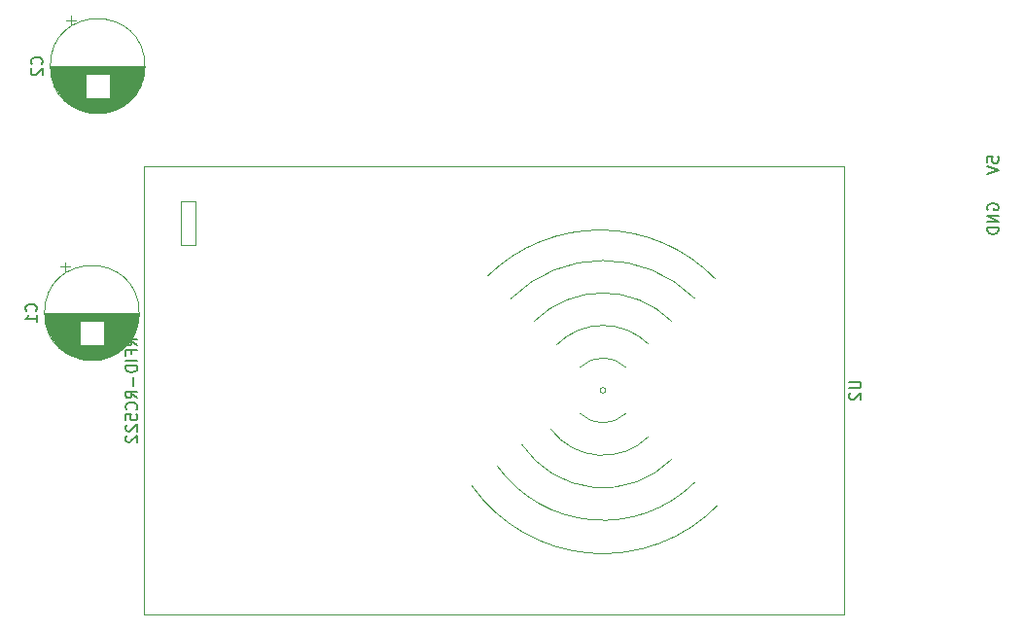
<source format=gbr>
G04 #@! TF.GenerationSoftware,KiCad,Pcbnew,5.1.5-52549c5~84~ubuntu18.04.1*
G04 #@! TF.CreationDate,2020-03-10T09:35:07+09:00*
G04 #@! TF.ProjectId,RFID-RC522_Raspberrypi,52464944-2d52-4433-9532-325f52617370,rev?*
G04 #@! TF.SameCoordinates,Original*
G04 #@! TF.FileFunction,Legend,Bot*
G04 #@! TF.FilePolarity,Positive*
%FSLAX46Y46*%
G04 Gerber Fmt 4.6, Leading zero omitted, Abs format (unit mm)*
G04 Created by KiCad (PCBNEW 5.1.5-52549c5~84~ubuntu18.04.1) date 2020-03-10 09:35:07*
%MOMM*%
%LPD*%
G04 APERTURE LIST*
%ADD10C,0.150000*%
%ADD11C,0.120000*%
G04 APERTURE END LIST*
D10*
X219452380Y-122142857D02*
X219452380Y-121666666D01*
X219928571Y-121619047D01*
X219880952Y-121666666D01*
X219833333Y-121761904D01*
X219833333Y-122000000D01*
X219880952Y-122095238D01*
X219928571Y-122142857D01*
X220023809Y-122190476D01*
X220261904Y-122190476D01*
X220357142Y-122142857D01*
X220404761Y-122095238D01*
X220452380Y-122000000D01*
X220452380Y-121761904D01*
X220404761Y-121666666D01*
X220357142Y-121619047D01*
X219452380Y-122476190D02*
X220452380Y-122809523D01*
X219452380Y-123142857D01*
X219500000Y-126285714D02*
X219452380Y-126190476D01*
X219452380Y-126047619D01*
X219500000Y-125904761D01*
X219595238Y-125809523D01*
X219690476Y-125761904D01*
X219880952Y-125714285D01*
X220023809Y-125714285D01*
X220214285Y-125761904D01*
X220309523Y-125809523D01*
X220404761Y-125904761D01*
X220452380Y-126047619D01*
X220452380Y-126142857D01*
X220404761Y-126285714D01*
X220357142Y-126333333D01*
X220023809Y-126333333D01*
X220023809Y-126142857D01*
X220452380Y-126761904D02*
X219452380Y-126761904D01*
X220452380Y-127333333D01*
X219452380Y-127333333D01*
X220452380Y-127809523D02*
X219452380Y-127809523D01*
X219452380Y-128047619D01*
X219500000Y-128190476D01*
X219595238Y-128285714D01*
X219690476Y-128333333D01*
X219880952Y-128380952D01*
X220023809Y-128380952D01*
X220214285Y-128333333D01*
X220309523Y-128285714D01*
X220404761Y-128190476D01*
X220452380Y-128047619D01*
X220452380Y-127809523D01*
D11*
X186250000Y-142000000D02*
G75*
G03X186250000Y-142000000I-250000J0D01*
G01*
X187999999Y-140000001D02*
G75*
G03X184000001Y-140000001I-1999999J-1999999D01*
G01*
X184000001Y-143999999D02*
G75*
G03X187999999Y-143999999I1999999J1999999D01*
G01*
X189999999Y-138000001D02*
G75*
G03X182000001Y-138000001I-3999999J-3999999D01*
G01*
X191999999Y-136000001D02*
G75*
G03X180000001Y-136000001I-5999999J-5999999D01*
G01*
X193999999Y-134000001D02*
G75*
G03X178000001Y-134000001I-7999999J-7999999D01*
G01*
X195760136Y-132260409D02*
G75*
G03X176000001Y-132000001I-10010136J-9739591D01*
G01*
X181474518Y-145394112D02*
G75*
G03X189999999Y-145999999I4525482J3394112D01*
G01*
X178939820Y-146706786D02*
G75*
G03X191999999Y-147999999I7060180J4706786D01*
G01*
X176793658Y-148575959D02*
G75*
G03X193999999Y-149999999I9206342J6575959D01*
G01*
X174582651Y-150294041D02*
G75*
G03X195999999Y-151999999I11417349J8044041D01*
G01*
X146000000Y-142000000D02*
X146000000Y-122500000D01*
X146000000Y-122500000D02*
X207000000Y-122500000D01*
X207000000Y-122500000D02*
X207000000Y-161500000D01*
X207000000Y-161500000D02*
X146000000Y-161500000D01*
X146000000Y-161500000D02*
X146000000Y-142000000D01*
X149270000Y-125490000D02*
X149270000Y-129300000D01*
X149270000Y-129300000D02*
X150540000Y-129300000D01*
X150540000Y-129300000D02*
X150540000Y-125490000D01*
X150540000Y-125490000D02*
X149270000Y-125490000D01*
X145620000Y-135250000D02*
G75*
G03X145620000Y-135250000I-4120000J0D01*
G01*
X137420000Y-135250000D02*
X145580000Y-135250000D01*
X137420000Y-135290000D02*
X145580000Y-135290000D01*
X137420000Y-135330000D02*
X145580000Y-135330000D01*
X137421000Y-135370000D02*
X145579000Y-135370000D01*
X137423000Y-135410000D02*
X145577000Y-135410000D01*
X137424000Y-135450000D02*
X145576000Y-135450000D01*
X137426000Y-135490000D02*
X145574000Y-135490000D01*
X137429000Y-135530000D02*
X145571000Y-135530000D01*
X137432000Y-135570000D02*
X145568000Y-135570000D01*
X137435000Y-135610000D02*
X145565000Y-135610000D01*
X137439000Y-135650000D02*
X145561000Y-135650000D01*
X137443000Y-135690000D02*
X145557000Y-135690000D01*
X137448000Y-135730000D02*
X145552000Y-135730000D01*
X137452000Y-135770000D02*
X145548000Y-135770000D01*
X137458000Y-135810000D02*
X145542000Y-135810000D01*
X137463000Y-135850000D02*
X145537000Y-135850000D01*
X137470000Y-135890000D02*
X145530000Y-135890000D01*
X137476000Y-135930000D02*
X145524000Y-135930000D01*
X137483000Y-135971000D02*
X140460000Y-135971000D01*
X142540000Y-135971000D02*
X145517000Y-135971000D01*
X137490000Y-136011000D02*
X140460000Y-136011000D01*
X142540000Y-136011000D02*
X145510000Y-136011000D01*
X137498000Y-136051000D02*
X140460000Y-136051000D01*
X142540000Y-136051000D02*
X145502000Y-136051000D01*
X137506000Y-136091000D02*
X140460000Y-136091000D01*
X142540000Y-136091000D02*
X145494000Y-136091000D01*
X137515000Y-136131000D02*
X140460000Y-136131000D01*
X142540000Y-136131000D02*
X145485000Y-136131000D01*
X137524000Y-136171000D02*
X140460000Y-136171000D01*
X142540000Y-136171000D02*
X145476000Y-136171000D01*
X137533000Y-136211000D02*
X140460000Y-136211000D01*
X142540000Y-136211000D02*
X145467000Y-136211000D01*
X137543000Y-136251000D02*
X140460000Y-136251000D01*
X142540000Y-136251000D02*
X145457000Y-136251000D01*
X137553000Y-136291000D02*
X140460000Y-136291000D01*
X142540000Y-136291000D02*
X145447000Y-136291000D01*
X137564000Y-136331000D02*
X140460000Y-136331000D01*
X142540000Y-136331000D02*
X145436000Y-136331000D01*
X137575000Y-136371000D02*
X140460000Y-136371000D01*
X142540000Y-136371000D02*
X145425000Y-136371000D01*
X137586000Y-136411000D02*
X140460000Y-136411000D01*
X142540000Y-136411000D02*
X145414000Y-136411000D01*
X137598000Y-136451000D02*
X140460000Y-136451000D01*
X142540000Y-136451000D02*
X145402000Y-136451000D01*
X137611000Y-136491000D02*
X140460000Y-136491000D01*
X142540000Y-136491000D02*
X145389000Y-136491000D01*
X137623000Y-136531000D02*
X140460000Y-136531000D01*
X142540000Y-136531000D02*
X145377000Y-136531000D01*
X137637000Y-136571000D02*
X140460000Y-136571000D01*
X142540000Y-136571000D02*
X145363000Y-136571000D01*
X137650000Y-136611000D02*
X140460000Y-136611000D01*
X142540000Y-136611000D02*
X145350000Y-136611000D01*
X137665000Y-136651000D02*
X140460000Y-136651000D01*
X142540000Y-136651000D02*
X145335000Y-136651000D01*
X137679000Y-136691000D02*
X140460000Y-136691000D01*
X142540000Y-136691000D02*
X145321000Y-136691000D01*
X137695000Y-136731000D02*
X140460000Y-136731000D01*
X142540000Y-136731000D02*
X145305000Y-136731000D01*
X137710000Y-136771000D02*
X140460000Y-136771000D01*
X142540000Y-136771000D02*
X145290000Y-136771000D01*
X137726000Y-136811000D02*
X140460000Y-136811000D01*
X142540000Y-136811000D02*
X145274000Y-136811000D01*
X137743000Y-136851000D02*
X140460000Y-136851000D01*
X142540000Y-136851000D02*
X145257000Y-136851000D01*
X137760000Y-136891000D02*
X140460000Y-136891000D01*
X142540000Y-136891000D02*
X145240000Y-136891000D01*
X137778000Y-136931000D02*
X140460000Y-136931000D01*
X142540000Y-136931000D02*
X145222000Y-136931000D01*
X137796000Y-136971000D02*
X140460000Y-136971000D01*
X142540000Y-136971000D02*
X145204000Y-136971000D01*
X137814000Y-137011000D02*
X140460000Y-137011000D01*
X142540000Y-137011000D02*
X145186000Y-137011000D01*
X137834000Y-137051000D02*
X140460000Y-137051000D01*
X142540000Y-137051000D02*
X145166000Y-137051000D01*
X137853000Y-137091000D02*
X140460000Y-137091000D01*
X142540000Y-137091000D02*
X145147000Y-137091000D01*
X137873000Y-137131000D02*
X140460000Y-137131000D01*
X142540000Y-137131000D02*
X145127000Y-137131000D01*
X137894000Y-137171000D02*
X140460000Y-137171000D01*
X142540000Y-137171000D02*
X145106000Y-137171000D01*
X137916000Y-137211000D02*
X140460000Y-137211000D01*
X142540000Y-137211000D02*
X145084000Y-137211000D01*
X137938000Y-137251000D02*
X140460000Y-137251000D01*
X142540000Y-137251000D02*
X145062000Y-137251000D01*
X137960000Y-137291000D02*
X140460000Y-137291000D01*
X142540000Y-137291000D02*
X145040000Y-137291000D01*
X137983000Y-137331000D02*
X140460000Y-137331000D01*
X142540000Y-137331000D02*
X145017000Y-137331000D01*
X138007000Y-137371000D02*
X140460000Y-137371000D01*
X142540000Y-137371000D02*
X144993000Y-137371000D01*
X138031000Y-137411000D02*
X140460000Y-137411000D01*
X142540000Y-137411000D02*
X144969000Y-137411000D01*
X138056000Y-137451000D02*
X140460000Y-137451000D01*
X142540000Y-137451000D02*
X144944000Y-137451000D01*
X138082000Y-137491000D02*
X140460000Y-137491000D01*
X142540000Y-137491000D02*
X144918000Y-137491000D01*
X138108000Y-137531000D02*
X140460000Y-137531000D01*
X142540000Y-137531000D02*
X144892000Y-137531000D01*
X138135000Y-137571000D02*
X140460000Y-137571000D01*
X142540000Y-137571000D02*
X144865000Y-137571000D01*
X138162000Y-137611000D02*
X140460000Y-137611000D01*
X142540000Y-137611000D02*
X144838000Y-137611000D01*
X138191000Y-137651000D02*
X140460000Y-137651000D01*
X142540000Y-137651000D02*
X144809000Y-137651000D01*
X138220000Y-137691000D02*
X140460000Y-137691000D01*
X142540000Y-137691000D02*
X144780000Y-137691000D01*
X138250000Y-137731000D02*
X140460000Y-137731000D01*
X142540000Y-137731000D02*
X144750000Y-137731000D01*
X138280000Y-137771000D02*
X140460000Y-137771000D01*
X142540000Y-137771000D02*
X144720000Y-137771000D01*
X138311000Y-137811000D02*
X140460000Y-137811000D01*
X142540000Y-137811000D02*
X144689000Y-137811000D01*
X138344000Y-137851000D02*
X140460000Y-137851000D01*
X142540000Y-137851000D02*
X144656000Y-137851000D01*
X138376000Y-137891000D02*
X140460000Y-137891000D01*
X142540000Y-137891000D02*
X144624000Y-137891000D01*
X138410000Y-137931000D02*
X140460000Y-137931000D01*
X142540000Y-137931000D02*
X144590000Y-137931000D01*
X138445000Y-137971000D02*
X140460000Y-137971000D01*
X142540000Y-137971000D02*
X144555000Y-137971000D01*
X138481000Y-138011000D02*
X140460000Y-138011000D01*
X142540000Y-138011000D02*
X144519000Y-138011000D01*
X138517000Y-138051000D02*
X144483000Y-138051000D01*
X138555000Y-138091000D02*
X144445000Y-138091000D01*
X138593000Y-138131000D02*
X144407000Y-138131000D01*
X138633000Y-138171000D02*
X144367000Y-138171000D01*
X138674000Y-138211000D02*
X144326000Y-138211000D01*
X138716000Y-138251000D02*
X144284000Y-138251000D01*
X138759000Y-138291000D02*
X144241000Y-138291000D01*
X138803000Y-138331000D02*
X144197000Y-138331000D01*
X138849000Y-138371000D02*
X144151000Y-138371000D01*
X138896000Y-138411000D02*
X144104000Y-138411000D01*
X138944000Y-138451000D02*
X144056000Y-138451000D01*
X138995000Y-138491000D02*
X144005000Y-138491000D01*
X139046000Y-138531000D02*
X143954000Y-138531000D01*
X139100000Y-138571000D02*
X143900000Y-138571000D01*
X139155000Y-138611000D02*
X143845000Y-138611000D01*
X139213000Y-138651000D02*
X143787000Y-138651000D01*
X139272000Y-138691000D02*
X143728000Y-138691000D01*
X139334000Y-138731000D02*
X143666000Y-138731000D01*
X139398000Y-138771000D02*
X143602000Y-138771000D01*
X139466000Y-138811000D02*
X143534000Y-138811000D01*
X139536000Y-138851000D02*
X143464000Y-138851000D01*
X139610000Y-138891000D02*
X143390000Y-138891000D01*
X139687000Y-138931000D02*
X143313000Y-138931000D01*
X139769000Y-138971000D02*
X143231000Y-138971000D01*
X139855000Y-139011000D02*
X143145000Y-139011000D01*
X139948000Y-139051000D02*
X143052000Y-139051000D01*
X140047000Y-139091000D02*
X142953000Y-139091000D01*
X140154000Y-139131000D02*
X142846000Y-139131000D01*
X140271000Y-139171000D02*
X142729000Y-139171000D01*
X140402000Y-139211000D02*
X142598000Y-139211000D01*
X140552000Y-139251000D02*
X142448000Y-139251000D01*
X140732000Y-139291000D02*
X142268000Y-139291000D01*
X140967000Y-139331000D02*
X142033000Y-139331000D01*
X139185000Y-130840302D02*
X139185000Y-131640302D01*
X138785000Y-131240302D02*
X139585000Y-131240302D01*
X146120000Y-113750000D02*
G75*
G03X146120000Y-113750000I-4120000J0D01*
G01*
X137920000Y-113750000D02*
X146080000Y-113750000D01*
X137920000Y-113790000D02*
X146080000Y-113790000D01*
X137920000Y-113830000D02*
X146080000Y-113830000D01*
X137921000Y-113870000D02*
X146079000Y-113870000D01*
X137923000Y-113910000D02*
X146077000Y-113910000D01*
X137924000Y-113950000D02*
X146076000Y-113950000D01*
X137926000Y-113990000D02*
X146074000Y-113990000D01*
X137929000Y-114030000D02*
X146071000Y-114030000D01*
X137932000Y-114070000D02*
X146068000Y-114070000D01*
X137935000Y-114110000D02*
X146065000Y-114110000D01*
X137939000Y-114150000D02*
X146061000Y-114150000D01*
X137943000Y-114190000D02*
X146057000Y-114190000D01*
X137948000Y-114230000D02*
X146052000Y-114230000D01*
X137952000Y-114270000D02*
X146048000Y-114270000D01*
X137958000Y-114310000D02*
X146042000Y-114310000D01*
X137963000Y-114350000D02*
X146037000Y-114350000D01*
X137970000Y-114390000D02*
X146030000Y-114390000D01*
X137976000Y-114430000D02*
X146024000Y-114430000D01*
X137983000Y-114471000D02*
X140960000Y-114471000D01*
X143040000Y-114471000D02*
X146017000Y-114471000D01*
X137990000Y-114511000D02*
X140960000Y-114511000D01*
X143040000Y-114511000D02*
X146010000Y-114511000D01*
X137998000Y-114551000D02*
X140960000Y-114551000D01*
X143040000Y-114551000D02*
X146002000Y-114551000D01*
X138006000Y-114591000D02*
X140960000Y-114591000D01*
X143040000Y-114591000D02*
X145994000Y-114591000D01*
X138015000Y-114631000D02*
X140960000Y-114631000D01*
X143040000Y-114631000D02*
X145985000Y-114631000D01*
X138024000Y-114671000D02*
X140960000Y-114671000D01*
X143040000Y-114671000D02*
X145976000Y-114671000D01*
X138033000Y-114711000D02*
X140960000Y-114711000D01*
X143040000Y-114711000D02*
X145967000Y-114711000D01*
X138043000Y-114751000D02*
X140960000Y-114751000D01*
X143040000Y-114751000D02*
X145957000Y-114751000D01*
X138053000Y-114791000D02*
X140960000Y-114791000D01*
X143040000Y-114791000D02*
X145947000Y-114791000D01*
X138064000Y-114831000D02*
X140960000Y-114831000D01*
X143040000Y-114831000D02*
X145936000Y-114831000D01*
X138075000Y-114871000D02*
X140960000Y-114871000D01*
X143040000Y-114871000D02*
X145925000Y-114871000D01*
X138086000Y-114911000D02*
X140960000Y-114911000D01*
X143040000Y-114911000D02*
X145914000Y-114911000D01*
X138098000Y-114951000D02*
X140960000Y-114951000D01*
X143040000Y-114951000D02*
X145902000Y-114951000D01*
X138111000Y-114991000D02*
X140960000Y-114991000D01*
X143040000Y-114991000D02*
X145889000Y-114991000D01*
X138123000Y-115031000D02*
X140960000Y-115031000D01*
X143040000Y-115031000D02*
X145877000Y-115031000D01*
X138137000Y-115071000D02*
X140960000Y-115071000D01*
X143040000Y-115071000D02*
X145863000Y-115071000D01*
X138150000Y-115111000D02*
X140960000Y-115111000D01*
X143040000Y-115111000D02*
X145850000Y-115111000D01*
X138165000Y-115151000D02*
X140960000Y-115151000D01*
X143040000Y-115151000D02*
X145835000Y-115151000D01*
X138179000Y-115191000D02*
X140960000Y-115191000D01*
X143040000Y-115191000D02*
X145821000Y-115191000D01*
X138195000Y-115231000D02*
X140960000Y-115231000D01*
X143040000Y-115231000D02*
X145805000Y-115231000D01*
X138210000Y-115271000D02*
X140960000Y-115271000D01*
X143040000Y-115271000D02*
X145790000Y-115271000D01*
X138226000Y-115311000D02*
X140960000Y-115311000D01*
X143040000Y-115311000D02*
X145774000Y-115311000D01*
X138243000Y-115351000D02*
X140960000Y-115351000D01*
X143040000Y-115351000D02*
X145757000Y-115351000D01*
X138260000Y-115391000D02*
X140960000Y-115391000D01*
X143040000Y-115391000D02*
X145740000Y-115391000D01*
X138278000Y-115431000D02*
X140960000Y-115431000D01*
X143040000Y-115431000D02*
X145722000Y-115431000D01*
X138296000Y-115471000D02*
X140960000Y-115471000D01*
X143040000Y-115471000D02*
X145704000Y-115471000D01*
X138314000Y-115511000D02*
X140960000Y-115511000D01*
X143040000Y-115511000D02*
X145686000Y-115511000D01*
X138334000Y-115551000D02*
X140960000Y-115551000D01*
X143040000Y-115551000D02*
X145666000Y-115551000D01*
X138353000Y-115591000D02*
X140960000Y-115591000D01*
X143040000Y-115591000D02*
X145647000Y-115591000D01*
X138373000Y-115631000D02*
X140960000Y-115631000D01*
X143040000Y-115631000D02*
X145627000Y-115631000D01*
X138394000Y-115671000D02*
X140960000Y-115671000D01*
X143040000Y-115671000D02*
X145606000Y-115671000D01*
X138416000Y-115711000D02*
X140960000Y-115711000D01*
X143040000Y-115711000D02*
X145584000Y-115711000D01*
X138438000Y-115751000D02*
X140960000Y-115751000D01*
X143040000Y-115751000D02*
X145562000Y-115751000D01*
X138460000Y-115791000D02*
X140960000Y-115791000D01*
X143040000Y-115791000D02*
X145540000Y-115791000D01*
X138483000Y-115831000D02*
X140960000Y-115831000D01*
X143040000Y-115831000D02*
X145517000Y-115831000D01*
X138507000Y-115871000D02*
X140960000Y-115871000D01*
X143040000Y-115871000D02*
X145493000Y-115871000D01*
X138531000Y-115911000D02*
X140960000Y-115911000D01*
X143040000Y-115911000D02*
X145469000Y-115911000D01*
X138556000Y-115951000D02*
X140960000Y-115951000D01*
X143040000Y-115951000D02*
X145444000Y-115951000D01*
X138582000Y-115991000D02*
X140960000Y-115991000D01*
X143040000Y-115991000D02*
X145418000Y-115991000D01*
X138608000Y-116031000D02*
X140960000Y-116031000D01*
X143040000Y-116031000D02*
X145392000Y-116031000D01*
X138635000Y-116071000D02*
X140960000Y-116071000D01*
X143040000Y-116071000D02*
X145365000Y-116071000D01*
X138662000Y-116111000D02*
X140960000Y-116111000D01*
X143040000Y-116111000D02*
X145338000Y-116111000D01*
X138691000Y-116151000D02*
X140960000Y-116151000D01*
X143040000Y-116151000D02*
X145309000Y-116151000D01*
X138720000Y-116191000D02*
X140960000Y-116191000D01*
X143040000Y-116191000D02*
X145280000Y-116191000D01*
X138750000Y-116231000D02*
X140960000Y-116231000D01*
X143040000Y-116231000D02*
X145250000Y-116231000D01*
X138780000Y-116271000D02*
X140960000Y-116271000D01*
X143040000Y-116271000D02*
X145220000Y-116271000D01*
X138811000Y-116311000D02*
X140960000Y-116311000D01*
X143040000Y-116311000D02*
X145189000Y-116311000D01*
X138844000Y-116351000D02*
X140960000Y-116351000D01*
X143040000Y-116351000D02*
X145156000Y-116351000D01*
X138876000Y-116391000D02*
X140960000Y-116391000D01*
X143040000Y-116391000D02*
X145124000Y-116391000D01*
X138910000Y-116431000D02*
X140960000Y-116431000D01*
X143040000Y-116431000D02*
X145090000Y-116431000D01*
X138945000Y-116471000D02*
X140960000Y-116471000D01*
X143040000Y-116471000D02*
X145055000Y-116471000D01*
X138981000Y-116511000D02*
X140960000Y-116511000D01*
X143040000Y-116511000D02*
X145019000Y-116511000D01*
X139017000Y-116551000D02*
X144983000Y-116551000D01*
X139055000Y-116591000D02*
X144945000Y-116591000D01*
X139093000Y-116631000D02*
X144907000Y-116631000D01*
X139133000Y-116671000D02*
X144867000Y-116671000D01*
X139174000Y-116711000D02*
X144826000Y-116711000D01*
X139216000Y-116751000D02*
X144784000Y-116751000D01*
X139259000Y-116791000D02*
X144741000Y-116791000D01*
X139303000Y-116831000D02*
X144697000Y-116831000D01*
X139349000Y-116871000D02*
X144651000Y-116871000D01*
X139396000Y-116911000D02*
X144604000Y-116911000D01*
X139444000Y-116951000D02*
X144556000Y-116951000D01*
X139495000Y-116991000D02*
X144505000Y-116991000D01*
X139546000Y-117031000D02*
X144454000Y-117031000D01*
X139600000Y-117071000D02*
X144400000Y-117071000D01*
X139655000Y-117111000D02*
X144345000Y-117111000D01*
X139713000Y-117151000D02*
X144287000Y-117151000D01*
X139772000Y-117191000D02*
X144228000Y-117191000D01*
X139834000Y-117231000D02*
X144166000Y-117231000D01*
X139898000Y-117271000D02*
X144102000Y-117271000D01*
X139966000Y-117311000D02*
X144034000Y-117311000D01*
X140036000Y-117351000D02*
X143964000Y-117351000D01*
X140110000Y-117391000D02*
X143890000Y-117391000D01*
X140187000Y-117431000D02*
X143813000Y-117431000D01*
X140269000Y-117471000D02*
X143731000Y-117471000D01*
X140355000Y-117511000D02*
X143645000Y-117511000D01*
X140448000Y-117551000D02*
X143552000Y-117551000D01*
X140547000Y-117591000D02*
X143453000Y-117591000D01*
X140654000Y-117631000D02*
X143346000Y-117631000D01*
X140771000Y-117671000D02*
X143229000Y-117671000D01*
X140902000Y-117711000D02*
X143098000Y-117711000D01*
X141052000Y-117751000D02*
X142948000Y-117751000D01*
X141232000Y-117791000D02*
X142768000Y-117791000D01*
X141467000Y-117831000D02*
X142533000Y-117831000D01*
X139685000Y-109340302D02*
X139685000Y-110140302D01*
X139285000Y-109740302D02*
X140085000Y-109740302D01*
D10*
X207452380Y-141238095D02*
X208261904Y-141238095D01*
X208357142Y-141285714D01*
X208404761Y-141333333D01*
X208452380Y-141428571D01*
X208452380Y-141619047D01*
X208404761Y-141714285D01*
X208357142Y-141761904D01*
X208261904Y-141809523D01*
X207452380Y-141809523D01*
X207547619Y-142238095D02*
X207500000Y-142285714D01*
X207452380Y-142380952D01*
X207452380Y-142619047D01*
X207500000Y-142714285D01*
X207547619Y-142761904D01*
X207642857Y-142809523D01*
X207738095Y-142809523D01*
X207880952Y-142761904D01*
X208452380Y-142190476D01*
X208452380Y-142809523D01*
X145452380Y-138095238D02*
X144976190Y-137761904D01*
X145452380Y-137523809D02*
X144452380Y-137523809D01*
X144452380Y-137904761D01*
X144500000Y-138000000D01*
X144547619Y-138047619D01*
X144642857Y-138095238D01*
X144785714Y-138095238D01*
X144880952Y-138047619D01*
X144928571Y-138000000D01*
X144976190Y-137904761D01*
X144976190Y-137523809D01*
X144928571Y-138857142D02*
X144928571Y-138523809D01*
X145452380Y-138523809D02*
X144452380Y-138523809D01*
X144452380Y-139000000D01*
X145452380Y-139380952D02*
X144452380Y-139380952D01*
X145452380Y-139857142D02*
X144452380Y-139857142D01*
X144452380Y-140095238D01*
X144500000Y-140238095D01*
X144595238Y-140333333D01*
X144690476Y-140380952D01*
X144880952Y-140428571D01*
X145023809Y-140428571D01*
X145214285Y-140380952D01*
X145309523Y-140333333D01*
X145404761Y-140238095D01*
X145452380Y-140095238D01*
X145452380Y-139857142D01*
X145071428Y-140857142D02*
X145071428Y-141619047D01*
X145452380Y-142666666D02*
X144976190Y-142333333D01*
X145452380Y-142095238D02*
X144452380Y-142095238D01*
X144452380Y-142476190D01*
X144500000Y-142571428D01*
X144547619Y-142619047D01*
X144642857Y-142666666D01*
X144785714Y-142666666D01*
X144880952Y-142619047D01*
X144928571Y-142571428D01*
X144976190Y-142476190D01*
X144976190Y-142095238D01*
X145357142Y-143666666D02*
X145404761Y-143619047D01*
X145452380Y-143476190D01*
X145452380Y-143380952D01*
X145404761Y-143238095D01*
X145309523Y-143142857D01*
X145214285Y-143095238D01*
X145023809Y-143047619D01*
X144880952Y-143047619D01*
X144690476Y-143095238D01*
X144595238Y-143142857D01*
X144500000Y-143238095D01*
X144452380Y-143380952D01*
X144452380Y-143476190D01*
X144500000Y-143619047D01*
X144547619Y-143666666D01*
X144452380Y-144571428D02*
X144452380Y-144095238D01*
X144928571Y-144047619D01*
X144880952Y-144095238D01*
X144833333Y-144190476D01*
X144833333Y-144428571D01*
X144880952Y-144523809D01*
X144928571Y-144571428D01*
X145023809Y-144619047D01*
X145261904Y-144619047D01*
X145357142Y-144571428D01*
X145404761Y-144523809D01*
X145452380Y-144428571D01*
X145452380Y-144190476D01*
X145404761Y-144095238D01*
X145357142Y-144047619D01*
X144547619Y-145000000D02*
X144500000Y-145047619D01*
X144452380Y-145142857D01*
X144452380Y-145380952D01*
X144500000Y-145476190D01*
X144547619Y-145523809D01*
X144642857Y-145571428D01*
X144738095Y-145571428D01*
X144880952Y-145523809D01*
X145452380Y-144952380D01*
X145452380Y-145571428D01*
X144547619Y-145952380D02*
X144500000Y-146000000D01*
X144452380Y-146095238D01*
X144452380Y-146333333D01*
X144500000Y-146428571D01*
X144547619Y-146476190D01*
X144642857Y-146523809D01*
X144738095Y-146523809D01*
X144880952Y-146476190D01*
X145452380Y-145904761D01*
X145452380Y-146523809D01*
X136607142Y-135083333D02*
X136654761Y-135035714D01*
X136702380Y-134892857D01*
X136702380Y-134797619D01*
X136654761Y-134654761D01*
X136559523Y-134559523D01*
X136464285Y-134511904D01*
X136273809Y-134464285D01*
X136130952Y-134464285D01*
X135940476Y-134511904D01*
X135845238Y-134559523D01*
X135750000Y-134654761D01*
X135702380Y-134797619D01*
X135702380Y-134892857D01*
X135750000Y-135035714D01*
X135797619Y-135083333D01*
X136702380Y-136035714D02*
X136702380Y-135464285D01*
X136702380Y-135750000D02*
X135702380Y-135750000D01*
X135845238Y-135654761D01*
X135940476Y-135559523D01*
X135988095Y-135464285D01*
X137107142Y-113583333D02*
X137154761Y-113535714D01*
X137202380Y-113392857D01*
X137202380Y-113297619D01*
X137154761Y-113154761D01*
X137059523Y-113059523D01*
X136964285Y-113011904D01*
X136773809Y-112964285D01*
X136630952Y-112964285D01*
X136440476Y-113011904D01*
X136345238Y-113059523D01*
X136250000Y-113154761D01*
X136202380Y-113297619D01*
X136202380Y-113392857D01*
X136250000Y-113535714D01*
X136297619Y-113583333D01*
X136297619Y-113964285D02*
X136250000Y-114011904D01*
X136202380Y-114107142D01*
X136202380Y-114345238D01*
X136250000Y-114440476D01*
X136297619Y-114488095D01*
X136392857Y-114535714D01*
X136488095Y-114535714D01*
X136630952Y-114488095D01*
X137202380Y-113916666D01*
X137202380Y-114535714D01*
M02*

</source>
